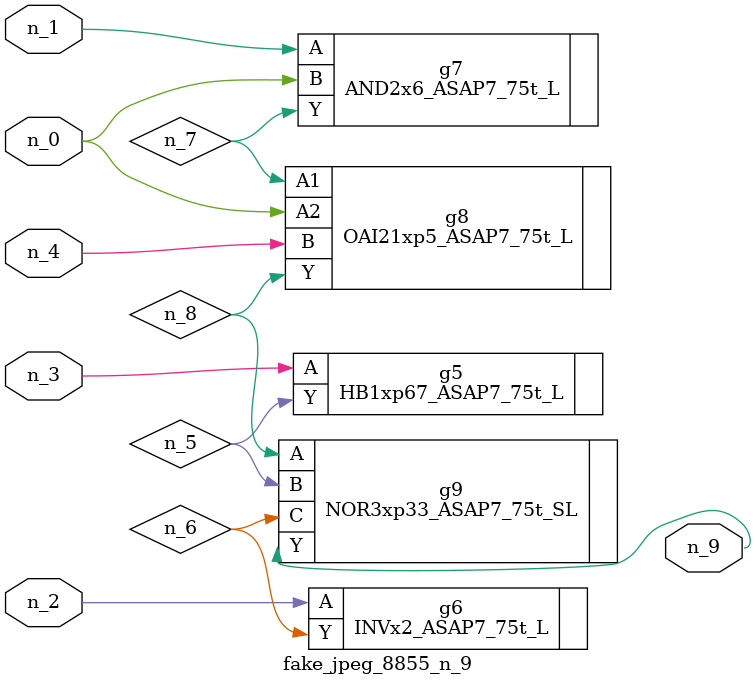
<source format=v>
module fake_jpeg_8855_n_9 (n_3, n_2, n_1, n_0, n_4, n_9);

input n_3;
input n_2;
input n_1;
input n_0;
input n_4;

output n_9;

wire n_8;
wire n_6;
wire n_5;
wire n_7;

HB1xp67_ASAP7_75t_L g5 ( 
.A(n_3),
.Y(n_5)
);

INVx2_ASAP7_75t_L g6 ( 
.A(n_2),
.Y(n_6)
);

AND2x6_ASAP7_75t_L g7 ( 
.A(n_1),
.B(n_0),
.Y(n_7)
);

OAI21xp5_ASAP7_75t_L g8 ( 
.A1(n_7),
.A2(n_0),
.B(n_4),
.Y(n_8)
);

NOR3xp33_ASAP7_75t_SL g9 ( 
.A(n_8),
.B(n_5),
.C(n_6),
.Y(n_9)
);


endmodule
</source>
